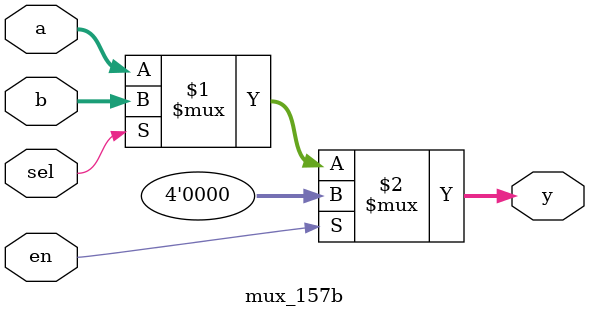
<source format=v>
module mux_157b (
    input [3:0] a,
    input [3:0] b,
    output[3:0] y,
    
    input en,
    input sel);

    assign y = en ? 4'h0 : ( sel ? b : a);

endmodule

</source>
